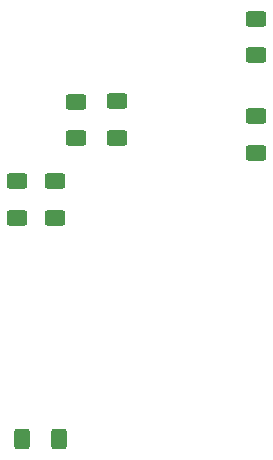
<source format=gbr>
%TF.GenerationSoftware,KiCad,Pcbnew,8.0.5*%
%TF.CreationDate,2024-09-24T01:03:51+02:00*%
%TF.ProjectId,RRF_MOT_EXP_ADAPTER,5252465f-4d4f-4545-9f45-58505f414441,rev?*%
%TF.SameCoordinates,Original*%
%TF.FileFunction,Paste,Top*%
%TF.FilePolarity,Positive*%
%FSLAX46Y46*%
G04 Gerber Fmt 4.6, Leading zero omitted, Abs format (unit mm)*
G04 Created by KiCad (PCBNEW 8.0.5) date 2024-09-24 01:03:51*
%MOMM*%
%LPD*%
G01*
G04 APERTURE LIST*
G04 Aperture macros list*
%AMRoundRect*
0 Rectangle with rounded corners*
0 $1 Rounding radius*
0 $2 $3 $4 $5 $6 $7 $8 $9 X,Y pos of 4 corners*
0 Add a 4 corners polygon primitive as box body*
4,1,4,$2,$3,$4,$5,$6,$7,$8,$9,$2,$3,0*
0 Add four circle primitives for the rounded corners*
1,1,$1+$1,$2,$3*
1,1,$1+$1,$4,$5*
1,1,$1+$1,$6,$7*
1,1,$1+$1,$8,$9*
0 Add four rect primitives between the rounded corners*
20,1,$1+$1,$2,$3,$4,$5,0*
20,1,$1+$1,$4,$5,$6,$7,0*
20,1,$1+$1,$6,$7,$8,$9,0*
20,1,$1+$1,$8,$9,$2,$3,0*%
G04 Aperture macros list end*
%ADD10RoundRect,0.250000X-0.625000X0.400000X-0.625000X-0.400000X0.625000X-0.400000X0.625000X0.400000X0*%
%ADD11RoundRect,0.250000X0.625000X-0.400000X0.625000X0.400000X-0.625000X0.400000X-0.625000X-0.400000X0*%
%ADD12RoundRect,0.250000X-0.400000X-0.625000X0.400000X-0.625000X0.400000X0.625000X-0.400000X0.625000X0*%
G04 APERTURE END LIST*
D10*
%TO.C,R7*%
X123000000Y-47150000D03*
X123000000Y-50250000D03*
%TD*%
%TO.C,R3*%
X117750000Y-53950000D03*
X117750000Y-57050000D03*
%TD*%
%TO.C,R1*%
X134750000Y-48450000D03*
X134750000Y-51550000D03*
%TD*%
%TO.C,R6*%
X119500000Y-47200000D03*
X119500000Y-50300000D03*
%TD*%
D11*
%TO.C,R2*%
X134750000Y-43300000D03*
X134750000Y-40200000D03*
%TD*%
D12*
%TO.C,R4*%
X114950000Y-75750000D03*
X118050000Y-75750000D03*
%TD*%
D10*
%TO.C,R5*%
X114500000Y-53950000D03*
X114500000Y-57050000D03*
%TD*%
M02*

</source>
